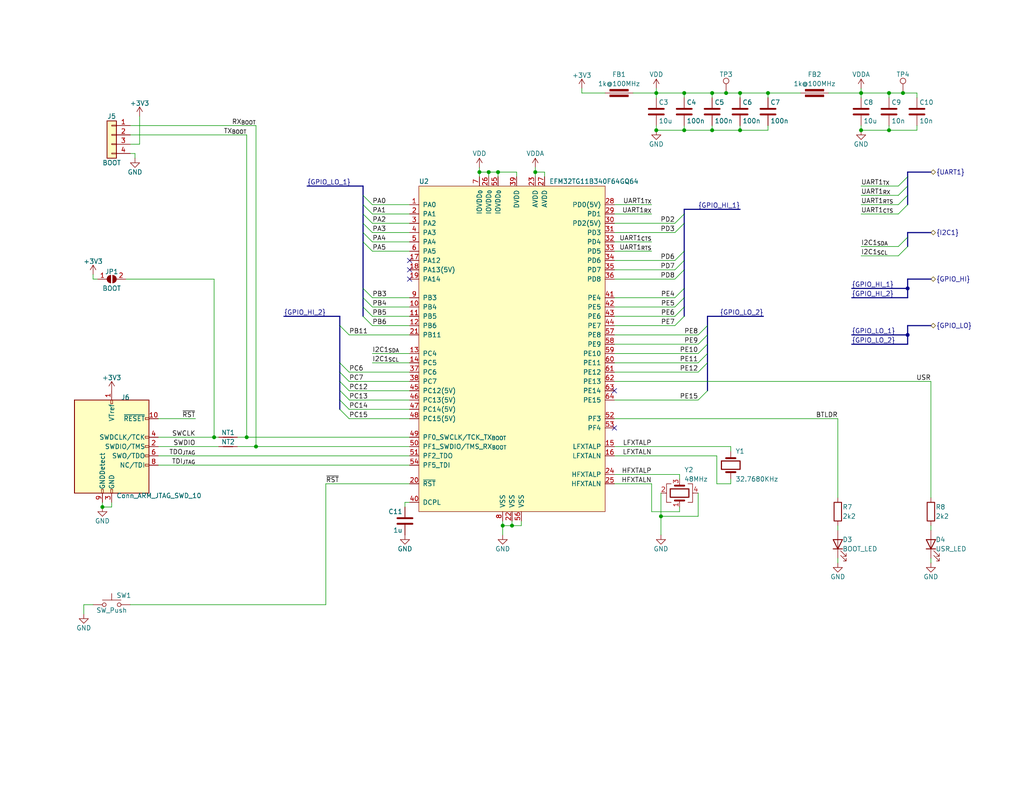
<source format=kicad_sch>
(kicad_sch (version 20211123) (generator eeschema)
  (paper "USLetter")
  (title_block (title "EFM32TG11-Core") (date "2022-02-18") (rev "A") (company "Project: EFM32TG11-Core") (comment 1 "Rev A: Initial Release"))
  (lib_symbols
    (symbol "Connector:Conn_ARM_JTAG_SWD_10" (pin_names (offset 1.016))
      (property "Reference" "J" (at -2.54 16.51 0))
      (property "Value" "Conn_ARM_JTAG_SWD_10" (at -2.54 13.97 0))
      (symbol "Conn_ARM_JTAG_SWD_10_0_1"
        (rectangle (start -10.16 12.7) (end 10.16 -12.7) (stroke (width 0.254)) (fill (type background)))
        (rectangle (start -2.794 -12.7) (end -2.286 -11.684))
        (rectangle (start -0.254 -12.7) (end 0.254 -11.684))
        (rectangle (start -0.254 12.7) (end 0.254 11.684))
        (rectangle (start 9.144 2.286) (end 10.16 2.794))
        (rectangle (start 10.16 -2.794) (end 9.144 -2.286))
        (rectangle (start 10.16 -0.254) (end 9.144 0.254))
        (rectangle (start 10.16 7.874) (end 9.144 7.366))
      )
      (symbol "Conn_ARM_JTAG_SWD_10_1_1"
        (rectangle (start 9.144 -5.334) (end 10.16 -4.826))
        (pin power_in line (at 0 15.24 270) (length 2.54) (name "VTref") (number "1"))
        (pin open_collector line (at 12.7 7.62 180) (length 2.54) (name "~{RESET}") (number "10"))
        (pin bidirectional line (at 12.7 0 180) (length 2.54) (name "SWDIO/TMS") (number "2"))
        (pin power_in line (at 0 -15.24 90) (length 2.54) (name "GND") (number "3"))
        (pin output line (at 12.7 2.54 180) (length 2.54) (name "SWDCLK/TCK") (number "4"))
        (pin passive line (at 0 -15.24 90) (length 2.54) hide (name "GND") (number "5"))
        (pin input line (at 12.7 -2.54 180) (length 2.54) (name "SWO/TDO") (number "6"))
        (pin no_connect line (at -10.16 0 0) (length 2.54) hide (name "KEY") (number "7"))
        (pin output line (at 12.7 -5.08 180) (length 2.54) (name "NC/TDI") (number "8"))
        (pin passive line (at -2.54 -15.24 90) (length 2.54) (name "GNDDetect") (number "9"))
      )
    )
    (symbol "Connector:TestPoint" (pin_numbers hide) (pin_names (offset 0.762) hide)
      (property "Reference" "TP" (at 0 6.858 0))
      (property "Value" "TestPoint" (at 0 5.08 0))
      (symbol "TestPoint_0_1"
        (circle (center 0 3.302) (radius 0.762))
      )
      (symbol "TestPoint_1_1"
        (pin passive line (at 0 0 90) (length 2.54) (name "1") (number "1"))
      )
    )
    (symbol "Connector_Generic:Conn_01x04" (pin_names (offset 1.016) hide)
      (property "Reference" "J" (at 0 5.08 0))
      (property "Value" "Conn_01x04" (at 0 -7.62 0))
      (symbol "Conn_01x04_1_1"
        (rectangle (start -1.27 -4.953) (end 0 -5.207) (stroke (width 0.1524)))
        (rectangle (start -1.27 -2.413) (end 0 -2.667) (stroke (width 0.1524)))
        (rectangle (start -1.27 0.127) (end 0 -0.127) (stroke (width 0.1524)))
        (rectangle (start -1.27 2.667) (end 0 2.413) (stroke (width 0.1524)))
        (rectangle (start -1.27 3.81) (end 1.27 -6.35) (stroke (width 0.254)) (fill (type background)))
        (pin passive line (at -5.08 2.54 0) (length 3.81) (name "Pin_1") (number "1"))
        (pin passive line (at -5.08 0 0) (length 3.81) (name "Pin_2") (number "2"))
        (pin passive line (at -5.08 -2.54 0) (length 3.81) (name "Pin_3") (number "3"))
        (pin passive line (at -5.08 -5.08 0) (length 3.81) (name "Pin_4") (number "4"))
      )
    )
    (symbol "Device:C" (pin_numbers hide) (pin_names (offset 0.254))
      (property "Reference" "C" (at 0.635 2.54 0))
      (property "Value" "C" (at 0.635 -2.54 0))
      (symbol "C_0_1"
        (polyline (pts (xy -2.032 -0.762) (xy 2.032 -0.762)) (stroke (width 0.508)))
        (polyline (pts (xy -2.032 0.762) (xy 2.032 0.762)) (stroke (width 0.508)))
      )
      (symbol "C_1_1"
        (pin passive line (at 0 3.81 270) (length 2.794) (name "~") (number "1"))
        (pin passive line (at 0 -3.81 90) (length 2.794) (name "~") (number "2"))
      )
    )
    (symbol "Device:Crystal" (pin_numbers hide) (pin_names (offset 1.016) hide)
      (property "Reference" "Y" (at 0 3.81 0))
      (property "Value" "Crystal" (at 0 -3.81 0))
      (symbol "Crystal_0_1"
        (rectangle (start -1.143 2.54) (end 1.143 -2.54) (stroke (width 0.3048)))
        (polyline (pts (xy -2.54 0) (xy -1.905 0)))
        (polyline (pts (xy -1.905 -1.27) (xy -1.905 1.27)) (stroke (width 0.508)))
        (polyline (pts (xy 1.905 -1.27) (xy 1.905 1.27)) (stroke (width 0.508)))
        (polyline (pts (xy 2.54 0) (xy 1.905 0)))
      )
      (symbol "Crystal_1_1"
        (pin passive line (at -3.81 0 0) (length 1.27) (name "1") (number "1"))
        (pin passive line (at 3.81 0 180) (length 1.27) (name "2") (number "2"))
      )
    )
    (symbol "Device:Crystal_GND24" (pin_names (offset 1.016) hide)
      (property "Reference" "Y" (at 3.175 5.08 0))
      (property "Value" "Crystal_GND24" (at 3.175 3.175 0))
      (symbol "Crystal_GND24_0_1"
        (rectangle (start -1.143 2.54) (end 1.143 -2.54) (stroke (width 0.3048)))
        (polyline (pts (xy -2.54 0) (xy -2.032 0)))
        (polyline (pts (xy -2.032 -1.27) (xy -2.032 1.27)) (stroke (width 0.508)))
        (polyline (pts (xy 0 -3.81) (xy 0 -3.556)))
        (polyline (pts (xy 0 3.556) (xy 0 3.81)))
        (polyline (pts (xy 2.032 -1.27) (xy 2.032 1.27)) (stroke (width 0.508)))
        (polyline (pts (xy 2.032 0) (xy 2.54 0)))
        (polyline (pts (xy -2.54 -2.286) (xy -2.54 -3.556) (xy 2.54 -3.556) (xy 2.54 -2.286)))
        (polyline (pts (xy -2.54 2.286) (xy -2.54 3.556) (xy 2.54 3.556) (xy 2.54 2.286)))
      )
      (symbol "Crystal_GND24_1_1"
        (pin passive line (at -3.81 0 0) (length 1.27) (name "1") (number "1"))
        (pin passive line (at 0 5.08 270) (length 1.27) (name "2") (number "2"))
        (pin passive line (at 3.81 0 180) (length 1.27) (name "3") (number "3"))
        (pin passive line (at 0 -5.08 90) (length 1.27) (name "4") (number "4"))
      )
    )
    (symbol "Device:LED" (pin_numbers hide) (pin_names (offset 1.016) hide)
      (property "Reference" "D" (at 0 2.54 0))
      (property "Value" "LED" (at 0 -2.54 0))
      (symbol "LED_0_1"
        (polyline (pts (xy -1.27 -1.27) (xy -1.27 1.27)) (stroke (width 0.254)))
        (polyline (pts (xy -1.27 0) (xy 1.27 0)))
        (polyline (pts (xy 1.27 -1.27) (xy 1.27 1.27) (xy -1.27 0) (xy 1.27 -1.27)) (stroke (width 0.254)))
        (polyline (pts (xy -3.048 -0.762) (xy -4.572 -2.286) (xy -3.81 -2.286) (xy -4.572 -2.286) (xy -4.572 -1.524)))
        (polyline (pts (xy -1.778 -0.762) (xy -3.302 -2.286) (xy -2.54 -2.286) (xy -3.302 -2.286) (xy -3.302 -1.524)))
      )
      (symbol "LED_1_1"
        (pin passive line (at -3.81 0 0) (length 2.54) (name "K") (number "1"))
        (pin passive line (at 3.81 0 180) (length 2.54) (name "A") (number "2"))
      )
    )
    (symbol "Device:NetTie_2" (pin_numbers hide) (pin_names (offset 0) hide)
      (property "Reference" "NT" (at 0 1.27 0))
      (property "Value" "NetTie_2" (at 0 -1.27 0))
      (symbol "NetTie_2_0_1"
        (polyline (pts (xy -1.27 0) (xy 1.27 0)) (stroke (width 0.254)))
      )
      (symbol "NetTie_2_1_1"
        (pin passive line (at -2.54 0 0) (length 2.54) (name "1") (number "1"))
        (pin passive line (at 2.54 0 180) (length 2.54) (name "2") (number "2"))
      )
    )
    (symbol "Device:R" (pin_numbers hide) (pin_names (offset 0))
      (property "Reference" "R" (at 2.032 0 90))
      (property "Value" "R" (at 0 0 90))
      (symbol "R_0_1"
        (rectangle (start -1.016 -2.54) (end 1.016 2.54) (stroke (width 0.254)))
      )
      (symbol "R_1_1"
        (pin passive line (at 0 3.81 270) (length 1.27) (name "~") (number "1"))
        (pin passive line (at 0 -3.81 90) (length 1.27) (name "~") (number "2"))
      )
    )
    (symbol "Device_AKL:Ferrite_Bead" (pin_numbers hide) (pin_names (offset 0))
      (property "Reference" "FB" (at 0 4.572 0))
      (property "Value" "Ferrite_Bead" (at 0 3.175 0))
      (symbol "Ferrite_Bead_0_1"
        (rectangle (start -2.54 1.016) (end 2.54 0.508) (fill (type outline)))
        (polyline (pts (xy 2.54 0) (xy -2.54 0)))
      )
      (symbol "Ferrite_Bead_1_1"
        (rectangle (start -2.54 -0.508) (end 2.54 -1.016) (fill (type outline)))
        (pin passive line (at -3.81 0 0) (length 1.27) (name "~") (number "1"))
        (pin passive line (at 3.81 0 180) (length 1.27) (name "~") (number "2"))
      )
    )
    (symbol "Jumper:SolderJumper_2_Open" (pin_names (offset 0) hide)
      (property "Reference" "JP" (at 0 2.032 0))
      (property "Value" "SolderJumper_2_Open" (at 0 -2.54 0))
      (symbol "SolderJumper_2_Open_0_1"
        (arc (start -0.254 1.016) (mid -1.27 0) (end -0.254 -1.016))
        (arc (start -0.254 1.016) (mid -1.27 0) (end -0.254 -1.016) (fill (type outline)))
        (polyline (pts (xy -0.254 1.016) (xy -0.254 -1.016)))
        (polyline (pts (xy 0.254 1.016) (xy 0.254 -1.016)))
        (arc (start 0.254 -1.016) (mid 1.27 0) (end 0.254 1.016))
        (arc (start 0.254 -1.016) (mid 1.27 0) (end 0.254 1.016) (fill (type outline)))
      )
      (symbol "SolderJumper_2_Open_1_1"
        (pin passive line (at -3.81 0 0) (length 2.54) (name "A") (number "1"))
        (pin passive line (at 3.81 0 180) (length 2.54) (name "B") (number "2"))
      )
    )
    (symbol "MCU_SiLabs_EFM32TG11:EFM32TG11B340F64GQ64" (pin_names (offset 1.016))
      (property "Reference" "U" (at -25.4 45.72 0))
      (property "Value" "EFM32TG11B340F64GQ64" (at 25.4 52.07 0))
      (symbol "EFM32TG11B340F64GQ64_0_1"
        (rectangle (start -25.4 44.45) (end 25.4 -44.45) (fill (type background)))
      )
      (symbol "EFM32TG11B340F64GQ64_1_1"
        (pin bidirectional line (at -27.94 39.37 0) (length 2.54) (name "PA0") (number "1"))
        (pin bidirectional line (at -27.94 11.43 0) (length 2.54) (name "PB4") (number "10"))
        (pin bidirectional line (at -27.94 8.89 0) (length 2.54) (name "PB5") (number "11"))
        (pin bidirectional line (at -27.94 6.35 0) (length 2.54) (name "PB6") (number "12"))
        (pin bidirectional line (at -27.94 -1.27 0) (length 2.54) (name "PC4") (number "13"))
        (pin bidirectional line (at -27.94 -3.81 0) (length 2.54) (name "PC5") (number "14"))
        (pin bidirectional line (at 27.94 -26.67 180) (length 2.54) (name "PB7") (number "15") (alternate "LFXTALP" bidirectional line))
        (pin bidirectional line (at 27.94 -29.21 180) (length 2.54) (name "PB8") (number "16") (alternate "LFXTALN" bidirectional line))
        (pin bidirectional line (at -27.94 24.13 0) (length 2.54) (name "PA12") (number "17"))
        (pin bidirectional line (at -27.94 21.59 0) (length 2.54) (name "PA13(5V)") (number "18"))
        (pin bidirectional line (at -27.94 19.05 0) (length 2.54) (name "PA14") (number "19"))
        (pin bidirectional line (at -27.94 36.83 0) (length 2.54) (name "PA1") (number "2"))
        (pin input line (at -27.94 -36.83 0) (length 2.54) (name "~{RST}") (number "20"))
        (pin bidirectional line (at -27.94 3.81 0) (length 2.54) (name "PB11") (number "21"))
        (pin passive line (at 0 -46.99 90) (length 2.54) (name "VSS") (number "22"))
        (pin power_in line (at 6.35 46.99 270) (length 2.54) (name "AVDD") (number "23"))
        (pin bidirectional line (at 27.94 -34.29 180) (length 2.54) (name "PB13") (number "24") (alternate "HFXTALP" bidirectional line))
        (pin bidirectional line (at 27.94 -36.83 180) (length 2.54) (name "PB14") (number "25") (alternate "HFXTALN" bidirectional line))
        (pin power_in line (at -6.35 46.99 270) (length 2.54) (name "IOVDD_{0}") (number "26"))
        (pin power_in line (at 8.89 46.99 270) (length 2.54) (name "AVDD") (number "27"))
        (pin bidirectional line (at 27.94 39.37 180) (length 2.54) (name "PD0(5V)") (number "28"))
        (pin bidirectional line (at 27.94 36.83 180) (length 2.54) (name "PD1") (number "29"))
        (pin bidirectional line (at -27.94 34.29 0) (length 2.54) (name "PA2") (number "3"))
        (pin bidirectional line (at 27.94 34.29 180) (length 2.54) (name "PD2(5V)") (number "30"))
        (pin bidirectional line (at 27.94 31.75 180) (length 2.54) (name "PD3") (number "31"))
        (pin bidirectional line (at 27.94 29.21 180) (length 2.54) (name "PD4") (number "32"))
        (pin bidirectional line (at 27.94 26.67 180) (length 2.54) (name "PD5") (number "33"))
        (pin bidirectional line (at 27.94 24.13 180) (length 2.54) (name "PD6") (number "34"))
        (pin bidirectional line (at 27.94 21.59 180) (length 2.54) (name "PD7") (number "35"))
        (pin bidirectional line (at 27.94 19.05 180) (length 2.54) (name "PD8") (number "36"))
        (pin bidirectional line (at -27.94 -6.35 0) (length 2.54) (name "PC6") (number "37"))
        (pin bidirectional line (at -27.94 -8.89 0) (length 2.54) (name "PC7") (number "38"))
        (pin power_in line (at 1.27 46.99 270) (length 2.54) (name "DVDD") (number "39"))
        (pin bidirectional line (at -27.94 31.75 0) (length 2.54) (name "PA3") (number "4"))
        (pin passive line (at -27.94 -41.91 0) (length 2.54) (name "DCPL") (number "40"))
        (pin bidirectional line (at 27.94 13.97 180) (length 2.54) (name "PE4") (number "41"))
        (pin bidirectional line (at 27.94 11.43 180) (length 2.54) (name "PE5") (number "42"))
        (pin bidirectional line (at 27.94 8.89 180) (length 2.54) (name "PE6") (number "43"))
        (pin bidirectional line (at 27.94 6.35 180) (length 2.54) (name "PE7") (number "44"))
        (pin bidirectional line (at -27.94 -11.43 0) (length 2.54) (name "PC12(5V)") (number "45"))
        (pin bidirectional line (at -27.94 -13.97 0) (length 2.54) (name "PC13(5V)") (number "46"))
        (pin bidirectional line (at -27.94 -16.51 0) (length 2.54) (name "PC14(5V)") (number "47"))
        (pin bidirectional line (at -27.94 -19.05 0) (length 2.54) (name "PC15(5V)") (number "48"))
        (pin bidirectional line (at -27.94 -24.13 0) (length 2.54) (name "PF0_SWCLK/TCK_TX_{BOOT}") (number "49"))
        (pin bidirectional line (at -27.94 29.21 0) (length 2.54) (name "PA4") (number "5"))
        (pin bidirectional line (at -27.94 -26.67 0) (length 2.54) (name "PF1_SWDIO/TMS_RX_{BOOT}") (number "50"))
        (pin bidirectional line (at -27.94 -29.21 0) (length 2.54) (name "PF2_TDO") (number "51"))
        (pin bidirectional line (at 27.94 -19.05 180) (length 2.54) (name "PF3") (number "52"))
        (pin bidirectional line (at 27.94 -21.59 180) (length 2.54) (name "PF4") (number "53"))
        (pin bidirectional line (at -27.94 -31.75 0) (length 2.54) (name "PF5_TDI") (number "54"))
        (pin power_in line (at -3.81 46.99 270) (length 2.54) (name "IOVDD_{0}") (number "55"))
        (pin passive line (at 2.54 -46.99 90) (length 2.54) (name "VSS") (number "56"))
        (pin bidirectional line (at 27.94 3.81 180) (length 2.54) (name "PE8") (number "57"))
        (pin bidirectional line (at 27.94 1.27 180) (length 2.54) (name "PE9") (number "58"))
        (pin bidirectional line (at 27.94 -1.27 180) (length 2.54) (name "PE10") (number "59"))
        (pin bidirectional line (at -27.94 26.67 0) (length 2.54) (name "PA5") (number "6"))
        (pin bidirectional line (at 27.94 -3.81 180) (length 2.54) (name "PE11") (number "60"))
        (pin bidirectional line (at 27.94 -6.35 180) (length 2.54) (name "PE12") (number "61"))
        (pin bidirectional line (at 27.94 -8.89 180) (length 2.54) (name "PE13") (number "62"))
        (pin bidirectional line (at 27.94 -11.43 180) (length 2.54) (name "PE14") (number "63"))
        (pin bidirectional line (at 27.94 -13.97 180) (length 2.54) (name "PE15") (number "64"))
        (pin power_in line (at -8.89 46.99 270) (length 2.54) (name "IOVDD_{0}") (number "7"))
        (pin bidirectional line (at -2.54 -46.99 90) (length 2.54) (name "VSS") (number "8"))
        (pin bidirectional line (at -27.94 13.97 0) (length 2.54) (name "PB3") (number "9"))
      )
    )
    (symbol "Switch:SW_Push" (pin_numbers hide) (pin_names (offset 1.016) hide)
      (property "Reference" "SW" (at 1.27 2.54 0))
      (property "Value" "SW_Push" (at 0 -1.524 0))
      (symbol "SW_Push_0_1"
        (circle (center -2.032 0) (radius 0.508))
        (polyline (pts (xy 0 1.27) (xy 0 3.048)))
        (polyline (pts (xy 2.54 1.27) (xy -2.54 1.27)))
        (circle (center 2.032 0) (radius 0.508))
        (pin passive line (at -5.08 0 0) (length 2.54) (name "1") (number "1"))
        (pin passive line (at 5.08 0 180) (length 2.54) (name "2") (number "2"))
      )
    )
    (symbol "power:+3V3" (power) (pin_names (offset 0))
      (property "Value" "+3V3" (at 0 3.556 0))
      (symbol "+3V3_0_1"
        (polyline (pts (xy -0.762 1.27) (xy 0 2.54)))
        (polyline (pts (xy 0 0) (xy 0 2.54)))
        (polyline (pts (xy 0 2.54) (xy 0.762 1.27)))
      )
      (symbol "+3V3_1_1"
        (pin power_in line (at 0 0 90) (length 0) hide (name "+3V3") (number "1"))
      )
    )
    (symbol "power:GND" (power) (pin_names (offset 0))
      (property "Value" "GND" (at 0 -3.81 0))
      (symbol "GND_0_1"
        (polyline (pts (xy 0 0) (xy 0 -1.27) (xy 1.27 -1.27) (xy 0 -2.54) (xy -1.27 -1.27) (xy 0 -1.27)))
      )
      (symbol "GND_1_1"
        (pin power_in line (at 0 0 270) (length 0) hide (name "GND") (number "1"))
      )
    )
    (symbol "power:VDD" (power) (pin_names (offset 0))
      (property "Value" "VDD" (at 0 3.81 0))
      (symbol "VDD_0_1"
        (polyline (pts (xy -0.762 1.27) (xy 0 2.54)))
        (polyline (pts (xy 0 0) (xy 0 2.54)))
        (polyline (pts (xy 0 2.54) (xy 0.762 1.27)))
      )
      (symbol "VDD_1_1"
        (pin power_in line (at 0 0 90) (length 0) hide (name "VDD") (number "1"))
      )
    )
    (symbol "power:VDDA" (power) (pin_names (offset 0))
      (property "Value" "VDDA" (at 0 3.81 0))
      (symbol "VDDA_0_1"
        (polyline (pts (xy -0.762 1.27) (xy 0 2.54)))
        (polyline (pts (xy 0 0) (xy 0 2.54)))
        (polyline (pts (xy 0 2.54) (xy 0.762 1.27)))
      )
      (symbol "VDDA_1_1"
        (pin power_in line (at 0 0 90) (length 0) hide (name "VDDA") (number "1"))
      )
    )
  )
  (bus_alias "UART1" (members "UART1_{TX}" "UART1_{RX}" "UART1_{CTS}" "UART1_{RTS}"))
  (bus_alias "I2C1" (members "I2C1_{SDA}" "I2C1_{SCL}"))
  (junction (at 198.12 25.4))
  (junction (at 137.16 143.51))
  (junction (at 234.95 35.56))
  (junction (at 194.31 35.56))
  (junction (at 27.94 138.43))
  (junction (at 67.31 119.38))
  (junction (at 209.55 25.4))
  (junction (at 179.07 35.56))
  (junction (at 186.69 35.56))
  (junction (at 69.85 121.92))
  (junction (at 242.57 25.4))
  (junction (at 139.7 143.51))
  (junction (at 247.65 91.44))
  (junction (at 135.89 46.99))
  (junction (at 179.07 25.4))
  (junction (at 246.38 25.4))
  (junction (at 247.65 78.74))
  (junction (at 186.69 25.4))
  (junction (at 242.57 35.56))
  (junction (at 194.31 25.4))
  (junction (at 201.93 35.56))
  (junction (at 234.95 25.4))
  (junction (at 180.34 140.97))
  (junction (at 58.42 119.38))
  (junction (at 130.81 46.99))
  (junction (at 201.93 25.4))
  (junction (at 133.35 46.99))
  (junction (at 146.05 46.99))
  (no_connect (at 111.76 71.12))
  (no_connect (at 111.76 73.66))
  (no_connect (at 111.76 76.2))
  (no_connect (at 167.64 116.84))
  (no_connect (at 167.64 106.68))
  (bus_entry (at 190.5 96.52) (size 2.54 -2.54))
  (bus_entry (at 95.25 101.6) (size -2.54 -2.54))
  (bus_entry (at 186.69 60.96) (size -2.54 2.54))
  (bus_entry (at 186.69 58.42) (size -2.54 2.54))
  (bus_entry (at 186.69 71.12) (size -2.54 2.54))
  (bus_entry (at 186.69 73.66) (size -2.54 2.54))
  (bus_entry (at 186.69 68.58) (size -2.54 2.54))
  (bus_entry (at 186.69 83.82) (size -2.54 2.54))
  (bus_entry (at 186.69 86.36) (size -2.54 2.54))
  (bus_entry (at 186.69 81.28) (size -2.54 2.54))
  (bus_entry (at 186.69 78.74) (size -2.54 2.54))
  (bus_entry (at 95.25 104.14) (size -2.54 -2.54))
  (bus_entry (at 247.65 55.88) (size -2.54 2.54))
  (bus_entry (at 95.25 111.76) (size -2.54 -2.54))
  (bus_entry (at 190.5 93.98) (size 2.54 -2.54))
  (bus_entry (at 190.5 91.44) (size 2.54 -2.54))
  (bus_entry (at 190.5 101.6) (size 2.54 -2.54))
  (bus_entry (at 247.65 48.26) (size -2.54 2.54))
  (bus_entry (at 95.25 114.3) (size -2.54 -2.54))
  (bus_entry (at 245.11 53.34) (size 2.54 -2.54))
  (bus_entry (at 95.25 91.44) (size -2.54 -2.54))
  (bus_entry (at 190.5 99.06) (size 2.54 -2.54))
  (bus_entry (at 95.25 106.68) (size -2.54 -2.54))
  (bus_entry (at 190.5 109.22) (size 2.54 -2.54))
  (bus_entry (at 95.3445 109.22) (size -2.54 -2.54))
  (bus_entry (at 247.65 53.34) (size -2.54 2.54))
  (bus_entry (at 99.06 81.28) (size 2.54 2.54))
  (bus_entry (at 99.06 78.74) (size 2.54 2.54))
  (bus_entry (at 99.06 83.82) (size 2.54 2.54))
  (bus_entry (at 99.06 86.36) (size 2.54 2.54))
  (bus_entry (at 99.06 66.04) (size 2.54 2.54))
  (bus_entry (at 99.06 63.5) (size 2.54 2.54))
  (bus_entry (at 99.06 60.96) (size 2.54 2.54))
  (bus_entry (at 99.06 58.42) (size 2.54 2.54))
  (bus_entry (at 99.06 55.88) (size 2.54 2.54))
  (bus_entry (at 99.06 53.34) (size 2.54 2.54))
  (bus_entry (at 247.65 67.31) (size -2.54 2.54))
  (bus_entry (at 247.65 64.77) (size -2.54 2.54))
  (wire (pts (xy 254 152.4) (xy 254 153.67)))
  (bus (pts (xy 247.65 46.99) (xy 247.65 48.26)))
  (bus (pts (xy 92.71 88.9) (xy 92.71 86.36)))
  (bus (pts (xy 193.04 88.9) (xy 193.04 86.36)))
  (bus (pts (xy 247.65 88.9) (xy 254 88.9)))
  (bus (pts (xy 193.04 99.06) (xy 193.04 96.52)))
  (wire (pts (xy 146.05 46.99) (xy 148.59 46.99)))
  (wire (pts (xy 185.42 129.54) (xy 185.42 130.81)))
  (wire (pts (xy 234.95 34.29) (xy 234.95 35.56)))
  (bus (pts (xy 83.82 50.8) (xy 99.06 50.8)))
  (wire (pts (xy 101.6 55.88) (xy 111.76 55.88)))
  (bus (pts (xy 232.41 93.98) (xy 247.65 93.98)))
  (wire (pts (xy 228.6 135.89) (xy 228.6 114.3)))
  (wire (pts (xy 95.25 109.22) (xy 95.3445 109.22)))
  (wire (pts (xy 111.76 137.16) (xy 110.49 137.16)))
  (wire (pts (xy 43.18 119.38) (xy 58.42 119.38)))
  (wire (pts (xy 139.7 143.51) (xy 142.24 143.51)))
  (wire (pts (xy 167.64 76.2) (xy 184.15 76.2)))
  (bus (pts (xy 186.69 86.36) (xy 186.69 83.82)))
  (wire (pts (xy 180.34 146.05) (xy 180.34 140.97)))
  (wire (pts (xy 43.18 127) (xy 111.76 127)))
  (wire (pts (xy 22.86 165.1) (xy 22.86 167.64)))
  (wire (pts (xy 185.42 139.7) (xy 177.8 139.7)))
  (wire (pts (xy 101.6 88.9) (xy 111.76 88.9)))
  (wire (pts (xy 35.56 36.83) (xy 67.31 36.83)))
  (wire (pts (xy 180.34 140.97) (xy 190.5 140.97)))
  (bus (pts (xy 193.04 86.36) (xy 208.28 86.36)))
  (wire (pts (xy 209.55 25.4) (xy 209.55 26.67)))
  (wire (pts (xy 167.64 124.46) (xy 195.58 124.46)))
  (bus (pts (xy 247.65 64.77) (xy 247.65 67.31)))
  (bus (pts (xy 247.65 48.26) (xy 247.65 50.8)))
  (wire (pts (xy 137.16 146.05) (xy 137.16 143.51)))
  (bus (pts (xy 247.65 63.5) (xy 247.65 64.77)))
  (wire (pts (xy 43.18 124.46) (xy 111.76 124.46)))
  (wire (pts (xy 167.64 121.92) (xy 199.39 121.92)))
  (wire (pts (xy 130.81 46.99) (xy 130.81 48.26)))
  (wire (pts (xy 234.95 50.8) (xy 245.11 50.8)))
  (wire (pts (xy 146.05 45.72) (xy 146.05 46.99)))
  (bus (pts (xy 99.06 78.74) (xy 99.06 66.04)))
  (wire (pts (xy 95.25 91.44) (xy 111.76 91.44)))
  (bus (pts (xy 254 46.99) (xy 247.65 46.99)))
  (wire (pts (xy 25.4 74.93) (xy 25.4 76.2)))
  (wire (pts (xy 186.69 25.4) (xy 186.69 26.67)))
  (bus (pts (xy 247.65 50.8) (xy 247.65 53.34)))
  (wire (pts (xy 167.64 114.3) (xy 228.6 114.3)))
  (wire (pts (xy 167.64 129.54) (xy 185.42 129.54)))
  (wire (pts (xy 167.64 86.36) (xy 184.15 86.36)))
  (wire (pts (xy 110.49 137.16) (xy 110.49 138.43)))
  (wire (pts (xy 180.34 134.62) (xy 180.34 140.97)))
  (wire (pts (xy 250.19 25.4) (xy 250.19 26.67)))
  (wire (pts (xy 95.25 101.6) (xy 111.76 101.6)))
  (wire (pts (xy 69.85 121.92) (xy 111.76 121.92)))
  (wire (pts (xy 142.24 143.51) (xy 142.24 142.24)))
  (wire (pts (xy 135.89 46.99) (xy 135.89 48.26)))
  (wire (pts (xy 194.31 35.56) (xy 201.93 35.56)))
  (bus (pts (xy 186.69 73.66) (xy 186.69 71.12)))
  (wire (pts (xy 242.57 25.4) (xy 242.57 26.67)))
  (bus (pts (xy 92.71 99.06) (xy 92.71 88.9)))
  (wire (pts (xy 194.31 35.56) (xy 186.69 35.56)))
  (wire (pts (xy 167.64 60.96) (xy 184.15 60.96)))
  (wire (pts (xy 167.64 81.28) (xy 184.15 81.28)))
  (wire (pts (xy 167.64 101.6) (xy 190.5 101.6)))
  (wire (pts (xy 35.56 34.29) (xy 69.85 34.29)))
  (wire (pts (xy 186.69 25.4) (xy 194.31 25.4)))
  (wire (pts (xy 135.89 46.99) (xy 140.97 46.99)))
  (wire (pts (xy 234.95 25.4) (xy 234.95 26.67)))
  (bus (pts (xy 232.41 81.28) (xy 247.65 81.28)))
  (wire (pts (xy 101.6 60.96) (xy 111.76 60.96)))
  (wire (pts (xy 167.64 109.22) (xy 190.5 109.22)))
  (bus (pts (xy 99.06 86.36) (xy 99.06 83.82)))
  (wire (pts (xy 64.77 121.92) (xy 69.85 121.92)))
  (wire (pts (xy 201.93 35.56) (xy 209.55 35.56)))
  (wire (pts (xy 209.55 25.4) (xy 218.44 25.4)))
  (wire (pts (xy 140.97 46.99) (xy 140.97 48.26)))
  (wire (pts (xy 101.6 96.52) (xy 111.76 96.52)))
  (wire (pts (xy 67.31 119.38) (xy 67.31 36.83)))
  (wire (pts (xy 133.35 46.99) (xy 133.35 48.26)))
  (bus (pts (xy 193.04 96.52) (xy 193.04 93.98)))
  (wire (pts (xy 234.95 69.85) (xy 245.11 69.85)))
  (wire (pts (xy 167.64 63.5) (xy 184.15 63.5)))
  (wire (pts (xy 35.56 165.1) (xy 88.9 165.1)))
  (bus (pts (xy 186.69 83.82) (xy 186.69 81.28)))
  (wire (pts (xy 43.18 114.3) (xy 53.34 114.3)))
  (wire (pts (xy 185.42 138.43) (xy 185.42 139.7)))
  (wire (pts (xy 226.06 25.4) (xy 234.95 25.4)))
  (wire (pts (xy 25.4 76.2) (xy 26.67 76.2)))
  (wire (pts (xy 167.64 132.08) (xy 177.8 132.08)))
  (wire (pts (xy 186.69 34.29) (xy 186.69 35.56)))
  (bus (pts (xy 247.65 91.44) (xy 247.65 93.98)))
  (wire (pts (xy 43.18 121.92) (xy 59.69 121.92)))
  (wire (pts (xy 167.64 66.04) (xy 177.8 66.04)))
  (wire (pts (xy 228.6 143.51) (xy 228.6 144.78)))
  (wire (pts (xy 101.6 66.04) (xy 111.76 66.04)))
  (wire (pts (xy 179.07 25.4) (xy 179.07 26.67)))
  (wire (pts (xy 194.31 25.4) (xy 198.12 25.4)))
  (wire (pts (xy 167.64 96.52) (xy 190.5 96.52)))
  (wire (pts (xy 167.64 88.9) (xy 184.15 88.9)))
  (bus (pts (xy 186.69 68.58) (xy 186.69 60.96)))
  (wire (pts (xy 101.6 83.82) (xy 111.76 83.82)))
  (bus (pts (xy 247.65 76.2) (xy 254 76.2)))
  (wire (pts (xy 179.07 25.4) (xy 186.69 25.4)))
  (wire (pts (xy 254 135.89) (xy 254 104.14)))
  (wire (pts (xy 234.95 25.4) (xy 242.57 25.4)))
  (wire (pts (xy 27.94 138.43) (xy 30.48 138.43)))
  (bus (pts (xy 99.06 81.28) (xy 99.06 78.74)))
  (bus (pts (xy 247.65 53.34) (xy 247.65 55.88)))
  (wire (pts (xy 64.77 119.38) (xy 67.31 119.38)))
  (wire (pts (xy 186.69 35.56) (xy 179.07 35.56)))
  (wire (pts (xy 95.25 104.14) (xy 111.76 104.14)))
  (bus (pts (xy 247.65 78.74) (xy 247.65 81.28)))
  (wire (pts (xy 199.39 121.92) (xy 199.39 123.19)))
  (wire (pts (xy 167.64 83.82) (xy 184.15 83.82)))
  (bus (pts (xy 193.04 93.98) (xy 193.04 91.44)))
  (wire (pts (xy 139.7 143.51) (xy 139.7 142.24)))
  (wire (pts (xy 242.57 25.4) (xy 246.38 25.4)))
  (wire (pts (xy 34.29 76.2) (xy 58.42 76.2)))
  (wire (pts (xy 167.64 99.06) (xy 190.5 99.06)))
  (wire (pts (xy 195.58 132.08) (xy 199.39 132.08)))
  (wire (pts (xy 167.64 68.58) (xy 177.8 68.58)))
  (wire (pts (xy 172.72 25.4) (xy 179.07 25.4)))
  (wire (pts (xy 95.25 111.76) (xy 111.76 111.76)))
  (wire (pts (xy 201.93 25.4) (xy 209.55 25.4)))
  (wire (pts (xy 137.16 142.24) (xy 137.16 143.51)))
  (wire (pts (xy 88.9 165.1) (xy 88.9 132.08)))
  (wire (pts (xy 95.25 106.68) (xy 111.76 106.68)))
  (bus (pts (xy 186.69 71.12) (xy 186.69 68.58)))
  (wire (pts (xy 246.38 25.4) (xy 250.19 25.4)))
  (wire (pts (xy 201.93 34.29) (xy 201.93 35.56)))
  (wire (pts (xy 101.6 86.36) (xy 111.76 86.36)))
  (wire (pts (xy 194.31 25.4) (xy 194.31 26.67)))
  (bus (pts (xy 92.71 109.22) (xy 92.71 104.14)))
  (wire (pts (xy 198.12 25.4) (xy 201.93 25.4)))
  (wire (pts (xy 101.6 81.28) (xy 111.76 81.28)))
  (wire (pts (xy 58.42 119.38) (xy 59.69 119.38)))
  (wire (pts (xy 30.48 138.43) (xy 30.48 137.16)))
  (bus (pts (xy 99.06 63.5) (xy 99.06 60.96)))
  (wire (pts (xy 234.95 24.13) (xy 234.95 25.4)))
  (bus (pts (xy 186.69 60.96) (xy 186.69 58.42)))
  (wire (pts (xy 25.4 165.1) (xy 22.86 165.1)))
  (wire (pts (xy 88.9 132.08) (xy 111.76 132.08)))
  (wire (pts (xy 228.6 152.4) (xy 228.6 153.67)))
  (bus (pts (xy 186.69 81.28) (xy 186.69 78.74)))
  (wire (pts (xy 201.93 25.4) (xy 201.93 26.67)))
  (wire (pts (xy 209.55 34.29) (xy 209.55 35.56)))
  (bus (pts (xy 247.65 76.2) (xy 247.65 78.74)))
  (wire (pts (xy 194.31 34.29) (xy 194.31 35.56)))
  (wire (pts (xy 177.8 139.7) (xy 177.8 132.08)))
  (bus (pts (xy 99.06 58.42) (xy 99.06 55.88)))
  (wire (pts (xy 234.95 67.31) (xy 245.11 67.31)))
  (wire (pts (xy 167.64 73.66) (xy 184.15 73.66)))
  (wire (pts (xy 234.95 55.88) (xy 245.11 55.88)))
  (wire (pts (xy 179.07 24.13) (xy 179.07 25.4)))
  (wire (pts (xy 242.57 34.29) (xy 242.57 35.56)))
  (wire (pts (xy 101.6 63.5) (xy 111.76 63.5)))
  (wire (pts (xy 158.75 25.4) (xy 165.1 25.4)))
  (bus (pts (xy 99.06 83.82) (xy 99.06 81.28)))
  (wire (pts (xy 36.83 41.91) (xy 36.83 43.18)))
  (bus (pts (xy 193.04 91.44) (xy 193.04 88.9)))
  (wire (pts (xy 130.81 45.72) (xy 130.81 46.99)))
  (bus (pts (xy 247.65 88.9) (xy 247.65 91.44)))
  (wire (pts (xy 27.94 137.16) (xy 27.94 138.43)))
  (wire (pts (xy 167.64 58.42) (xy 177.8 58.42)))
  (wire (pts (xy 234.95 58.42) (xy 245.11 58.42)))
  (wire (pts (xy 199.39 132.08) (xy 199.39 130.81)))
  (wire (pts (xy 234.95 53.34) (xy 245.11 53.34)))
  (bus (pts (xy 92.71 111.76) (xy 92.71 109.22)))
  (bus (pts (xy 193.04 106.68) (xy 193.04 99.06)))
  (wire (pts (xy 167.64 93.98) (xy 190.5 93.98)))
  (wire (pts (xy 35.56 41.91) (xy 36.83 41.91)))
  (wire (pts (xy 133.35 46.99) (xy 135.89 46.99)))
  (wire (pts (xy 250.19 35.56) (xy 242.57 35.56)))
  (bus (pts (xy 186.69 58.42) (xy 186.69 57.15)))
  (bus (pts (xy 92.71 104.14) (xy 92.71 101.6)))
  (bus (pts (xy 99.06 66.04) (xy 99.06 63.5)))
  (bus (pts (xy 92.71 101.6) (xy 92.71 99.06)))
  (wire (pts (xy 250.19 34.29) (xy 250.19 35.56)))
  (wire (pts (xy 190.5 140.97) (xy 190.5 134.62)))
  (wire (pts (xy 242.57 35.56) (xy 234.95 35.56)))
  (wire (pts (xy 101.6 58.42) (xy 111.76 58.42)))
  (wire (pts (xy 67.31 119.38) (xy 111.76 119.38)))
  (wire (pts (xy 167.64 91.44) (xy 190.5 91.44)))
  (wire (pts (xy 148.59 46.99) (xy 148.59 48.26)))
  (bus (pts (xy 99.06 55.88) (xy 99.06 53.34)))
  (wire (pts (xy 167.64 71.12) (xy 184.15 71.12)))
  (bus (pts (xy 99.06 53.34) (xy 99.06 50.8)))
  (wire (pts (xy 101.6 68.58) (xy 111.76 68.58)))
  (wire (pts (xy 158.75 24.13) (xy 158.75 25.4)))
  (wire (pts (xy 137.16 143.51) (xy 139.7 143.51)))
  (bus (pts (xy 186.69 57.15) (xy 201.93 57.15)))
  (wire (pts (xy 146.05 46.99) (xy 146.05 48.26)))
  (wire (pts (xy 38.1 31.75) (xy 38.1 39.37)))
  (wire (pts (xy 195.58 124.46) (xy 195.58 132.08)))
  (bus (pts (xy 232.41 78.74) (xy 247.65 78.74)))
  (wire (pts (xy 179.07 34.29) (xy 179.07 35.56)))
  (wire (pts (xy 35.56 39.37) (xy 38.1 39.37)))
  (wire (pts (xy 254 143.51) (xy 254 144.78)))
  (wire (pts (xy 95.25 114.3) (xy 111.76 114.3)))
  (wire (pts (xy 101.6 99.06) (xy 111.76 99.06)))
  (bus (pts (xy 99.06 60.96) (xy 99.06 58.42)))
  (wire (pts (xy 69.85 34.29) (xy 69.85 121.92)))
  (bus (pts (xy 186.69 78.74) (xy 186.69 73.66)))
  (wire (pts (xy 58.42 119.38) (xy 58.42 76.2)))
  (wire (pts (xy 167.64 104.14) (xy 254 104.14)))
  (wire (pts (xy 130.81 46.99) (xy 133.35 46.99)))
  (bus (pts (xy 232.41 91.44) (xy 247.65 91.44)))
  (bus (pts (xy 254 63.5) (xy 247.65 63.5)))
  (bus (pts (xy 77.47 86.36) (xy 92.71 86.36)))
  (wire (pts (xy 95.3445 109.22) (xy 111.76 109.22)))
  (wire (pts (xy 167.64 55.88) (xy 177.8 55.88)))
  (label "PE7" (at 184.15 88.9 180))
  (label "SWDIO" (at 53.34 121.92 180))
  (label "{GPIO_HI_2}" (at 77.47 86.36 0))
  (label "~{RST}" (at 53.34 114.3 180))
  (label "I2C1_{SDA}" (at 234.95 67.31 0))
  (label "{GPIO_LO_1}" (at 83.82 50.8 0))
  (label "LFXTALP" (at 177.8 121.92 180))
  (label "PB3" (at 101.6 81.28 0))
  (label "TDI_{JTAG}" (at 53.34 127 180))
  (label "{GPIO_HI_1}" (at 232.41 78.74 0))
  (label "PC12" (at 95.25 106.68 0))
  (label "UART1_{CTS}" (at 234.95 58.42 0))
  (label "UART1_{TX}" (at 177.8 55.88 180))
  (label "PE12" (at 190.5 101.6 180))
  (label "BTLDR" (at 228.6 114.3 180))
  (label "PE15" (at 190.5 109.22 180))
  (label "UART1_{RX}" (at 177.8 58.42 180))
  (label "~{RST}" (at 88.9 132.08 0))
  (label "PE4" (at 184.15 81.28 180))
  (label "{GPIO_LO_2}" (at 232.41 93.98 0))
  (label "LFXTALN" (at 177.8 124.46 180))
  (label "PE11" (at 190.5 99.06 180))
  (label "I2C1_{SCL}" (at 234.95 69.85 0))
  (label "TDO_{JTAG}" (at 53.34 124.46 180))
  (label "PA1" (at 101.6 58.42 0))
  (label "PE10" (at 190.5 96.52 180))
  (label "PE6" (at 184.15 86.36 180))
  (label "RX_{BOOT}" (at 69.85 34.29 180))
  (label "PD6" (at 184.15 71.12 180))
  (label "UART1_{CTS}" (at 177.8 66.04 180))
  (label "{GPIO_LO_1}" (at 232.41 91.44 0))
  (label "UART1_{RTS}" (at 234.95 55.88 0))
  (label "PB5" (at 101.6 86.36 0))
  (label "I2C1_{SDA}" (at 101.6 96.52 0))
  (label "PB11" (at 95.25 91.44 0))
  (label "PC6" (at 95.25 101.6 0))
  (label "PA3" (at 101.6 63.5 0))
  (label "PE8" (at 190.5 91.44 180))
  (label "PE5" (at 184.15 83.82 180))
  (label "PD3" (at 184.15 63.5 180))
  (label "PC14" (at 95.25 111.76 0))
  (label "{GPIO_HI_1}" (at 201.93 57.15 180))
  (label "PA5" (at 101.6 68.58 0))
  (label "PB6" (at 101.6 88.9 0))
  (label "I2C1_{SCL}" (at 101.6 99.06 0))
  (label "PC7" (at 95.25 104.14 0))
  (label "PA2" (at 101.6 60.96 0))
  (label "HFXTALN" (at 177.8 132.08 180))
  (label "UART1_{RTS}" (at 177.8 68.58 180))
  (label "PE9" (at 190.5 93.98 180))
  (label "{GPIO_HI_2}" (at 232.41 81.28 0))
  (label "PA0" (at 101.6 55.88 0))
  (label "PC13" (at 95.25 109.22 0))
  (label "TX_{BOOT}" (at 67.31 36.83 180))
  (label "PA4" (at 101.6 66.04 0))
  (label "PD7" (at 184.15 73.66 180))
  (label "SWCLK" (at 53.34 119.38 180))
  (label "PD2" (at 184.15 60.96 180))
  (label "PC15" (at 95.25 114.3 0))
  (label "PB4" (at 101.6 83.82 0))
  (label "USR" (at 254 104.14 180))
  (label "UART1_{TX}" (at 234.95 50.8 0))
  (label "PD8" (at 184.15 76.2 180))
  (label "UART1_{RX}" (at 234.95 53.34 0))
  (label "HFXTALP" (at 177.8 129.54 180))
  (label "{GPIO_LO_2}" (at 208.28 86.36 180))
  (hierarchical_label "{UART1}" (shape bidirectional) (at 254 46.99 0))
  (hierarchical_label "{GPIO_HI}" (shape bidirectional) (at 254 76.2 0))
  (hierarchical_label "{I2C1}" (shape bidirectional) (at 254 63.5 0))
  (hierarchical_label "{GPIO_LO}" (shape bidirectional) (at 254 88.9 0))
  (symbol (lib_id "power:+3V3") (at 25.4 74.93 0) (unit 1)
    (property "Reference" "#PWR0110" (effects hide))
    (property "Value" "+3V3" (at 25.4 71.374 0))
  )
  (symbol (lib_id "Device:C") (at 201.93 30.48 0) (unit 1)
    (property "Reference" "C6" (at 202.565 27.94 0) (effects (justify left)))
    (property "Value" "100n" (at 202.565 33.02 0) (effects (justify left)))
    (property "Footprint" "Capacitor_SMD:C_0603_1608Metric" (effects hide))
    (property "PartsBox PN" "CAP-0603-100n-X7R-50V" (effects hide))
  )
  (symbol (lib_id "Device:C") (at 194.31 30.48 0) (unit 1)
    (property "Reference" "C5" (at 194.945 27.94 0) (effects (justify left)))
    (property "Value" "100n" (at 194.945 33.02 0) (effects (justify left)))
    (property "Footprint" "Capacitor_SMD:C_0603_1608Metric" (effects hide))
    (property "PartsBox PN" "CAP-0603-100n-X7R-50V" (effects hide))
  )
  (symbol (lib_id "Connector:Conn_ARM_JTAG_SWD_10") (at 30.48 121.92 0) (unit 1)
    (property "Reference" "J6" (at 33.02 109.22 0) (effects (justify left bottom)))
    (property "Value" "Conn_ARM_JTAG_SWD_10" (at 31.75 134.62 0) (effects (justify left top)))
    (property "Footprint" "Connector_PinHeader_1.27mm:PinHeader_2x05_P1.27mm_Vertical" (effects hide))
    (property "Datasheet" "http://infocenter.arm.com/help/topic/com.arm.doc.ddi0314h/DDI0314H_coresight_components_trm.pdf" (effects hide))
  )
  (symbol (lib_id "Device:Crystal") (at 199.39 127 90) (unit 1)
    (property "Reference" "Y1" (at 200.66 123.19 90) (effects (justify right)))
    (property "Value" "32.7680KHz" (at 200.66 130.81 90) (effects (justify right)))
    (property "Footprint" "Crystal:Crystal_SMD_MicroCrystal_CC7V-T1A-2Pin_3.2x1.5mm" (effects hide))
    (property "PartsBox PN" "FC-135 32.7680KA-AG5" (effects hide))
  )
  (symbol (lib_id "Device:C") (at 110.49 142.24 0) (mirror y) (unit 1)
    (property "Reference" "C11" (at 109.855 139.7 0) (effects (justify left)))
    (property "Value" "1u" (at 109.855 144.78 0) (effects (justify left)))
    (property "Footprint" "Capacitor_SMD:C_0603_1608Metric" (effects hide))
    (property "PartsBox PN" "CAP-0603-1u-X7R-25V" (effects hide))
  )
  (symbol (lib_id "power:GND") (at 179.07 35.56 0) (unit 1)
    (property "Reference" "#PWR0116" (effects hide))
    (property "Value" "GND" (at 179.07 39.37 0))
  )
  (symbol (lib_id "power:GND") (at 180.34 146.05 0) (unit 1)
    (property "Reference" "#PWR0114" (effects hide))
    (property "Value" "GND" (at 180.34 149.86 0))
  )
  (symbol (lib_id "Device:NetTie_2") (at 62.23 121.92 0) (unit 1) (in_bom no)
    (property "Reference" "NT2" (at 62.23 120.65 0))
    (property "Value" "NetTie_2" (effects hide))
    (property "Footprint" "NetTie:NetTie-2_THT_Pad0.3mm" (effects hide))
  )
  (symbol (lib_id "Jumper:SolderJumper_2_Open") (at 30.48 76.2 0) (unit 1) (in_bom no)
    (property "Reference" "JP1" (at 30.48 74.168 0))
    (property "Value" "BOOT" (at 30.48 78.74 0))
    (property "Footprint" "Jumper:SolderJumper-2_P1.3mm_Open_RoundedPad1.0x1.5mm" (effects hide))
  )
  (symbol (lib_id "MCU_SiLabs_EFM32TG11:EFM32TG11B340F64GQ64") (at 139.7 95.25 0) (unit 1)
    (property "Reference" "U2" (at 114.3 49.53 0) (effects (justify left)))
    (property "Value" "EFM32TG11B340F64GQ64" (at 149.86 49.53 0) (effects (justify left)))
    (property "Footprint" "Package_QFP:TQFP-64_10x10mm_P0.5mm" (effects hide))
    (property "Datasheet" "https://www.silabs.com/documents/public/data-sheets/efm32tg11-datasheet.pdf" (effects hide))
    (property "PartsBox PN" "EFM32TG11B340F64GQ64-A" (effects hide))
    (pin "15" (alternate "LFXTALP"))
    (pin "16" (alternate "LFXTALN"))
    (pin "24" (alternate "HFXTALP"))
    (pin "25" (alternate "HFXTALN"))
  )
  (symbol (lib_id "Device:C") (at 179.07 30.48 0) (unit 1)
    (property "Reference" "C3" (at 179.705 27.94 0) (effects (justify left)))
    (property "Value" "10u" (at 179.705 33.02 0) (effects (justify left)))
    (property "Footprint" "Capacitor_SMD:C_1206_3216Metric" (effects hide))
    (property "PartsBox PN" "CAP-1206-10u-X7R-25V" (effects hide))
  )
  (symbol (lib_id "Device:C") (at 242.57 30.48 0) (unit 1)
    (property "Reference" "C9" (at 243.205 27.94 0) (effects (justify left)))
    (property "Value" "10n" (at 243.205 33.02 0) (effects (justify left)))
    (property "Footprint" "Capacitor_SMD:C_0603_1608Metric" (effects hide))
    (property "PartsBox PN" "CAP-0603-10n-X7R-50V" (effects hide))
  )
  (symbol (lib_id "power:GND") (at 27.94 138.43 0) (unit 1)
    (property "Reference" "#PWR0108" (effects hide))
    (property "Value" "GND" (at 27.94 142.24 0))
  )
  (symbol (lib_id "Device:C") (at 250.19 30.48 0) (unit 1)
    (property "Reference" "C10" (at 250.825 27.94 0) (effects (justify left)))
    (property "Value" "10n" (at 250.825 33.02 0) (effects (justify left)))
    (property "Footprint" "Capacitor_SMD:C_0603_1608Metric" (effects hide))
    (property "PartsBox PN" "CAP-0603-10n-X7R-50V" (effects hide))
  )
  (symbol (lib_id "power:GND") (at 234.95 35.56 0) (unit 1)
    (property "Reference" "#PWR0120" (effects hide))
    (property "Value" "GND" (at 234.95 39.37 0))
  )
  (symbol (lib_id "Device:NetTie_2") (at 62.23 119.38 0) (unit 1) (in_bom no)
    (property "Reference" "NT1" (at 62.23 118.11 0))
    (property "Value" "NetTie_2" (effects hide))
    (property "Footprint" "NetTie:NetTie-2_THT_Pad0.3mm" (effects hide))
  )
  (symbol (lib_id "Connector_Generic:Conn_01x04") (at 30.48 36.83 0) (mirror y) (unit 1)
    (property "Reference" "J5" (at 30.48 31.75 0))
    (property "Value" "BOOT" (at 30.48 44.45 0))
    (property "Footprint" "Connector_PinHeader_2.54mm:PinHeader_1x04_P2.54mm_Horizontal" (effects hide))
  )
  (symbol (lib_id "power:GND") (at 36.83 43.18 0) (unit 1)
    (property "Reference" "#PWR0111" (effects hide))
    (property "Value" "GND" (at 36.83 46.99 0))
  )
  (symbol (lib_id "Device:C") (at 186.69 30.48 0) (unit 1)
    (property "Reference" "C4" (at 187.325 27.94 0) (effects (justify left)))
    (property "Value" "100n" (at 187.325 33.02 0) (effects (justify left)))
    (property "Footprint" "Capacitor_SMD:C_0603_1608Metric" (effects hide))
    (property "PartsBox PN" "CAP-0603-100n-X7R-50V" (effects hide))
  )
  (symbol (lib_id "power:GND") (at 22.86 167.64 0) (unit 1)
    (property "Reference" "#PWR0107" (effects hide))
    (property "Value" "GND" (at 22.86 171.45 0))
  )
  (symbol (lib_id "power:+3V3") (at 38.1 31.75 0) (unit 1)
    (property "Reference" "#PWR0112" (effects hide))
    (property "Value" "+3V3" (at 38.1 28.194 0))
  )
  (symbol (lib_id "Device:R") (at 228.6 139.7 0) (unit 1)
    (property "Reference" "R7" (at 229.87 138.43 0) (effects (justify left)))
    (property "Value" "2k2" (at 229.87 140.97 0) (effects (justify left)))
    (property "Footprint" "Resistor_SMD:R_0603_1608Metric" (effects hide))
    (property "PartsBox PN" "RES-0603-2k2-0.1W" (effects hide))
  )
  (symbol (lib_id "Device:LED") (at 254 148.59 90) (unit 1)
    (property "Reference" "D4" (at 255.27 147.32 90) (effects (justify right)))
    (property "Value" "USR_LED" (at 255.27 149.86 90) (effects (justify right)))
    (property "Footprint" "Diode_SMD:D_0603_1608Metric_Pad1.05x0.95mm_HandSolder" (effects hide))
    (property "PartsBox PN" "LTST-C191KFKT" (effects hide))
  )
  (symbol (lib_id "power:GND") (at 254 153.67 0) (unit 1)
    (property "Reference" "#PWR0115" (effects hide))
    (property "Value" "GND" (at 254 157.48 0))
  )
  (symbol (lib_id "power:VDD") (at 130.81 45.72 0) (unit 1)
    (property "Reference" "#PWR0103" (effects hide))
    (property "Value" "VDD" (at 130.81 41.91 0))
  )
  (symbol (lib_id "power:VDDA") (at 234.95 24.13 0) (unit 1)
    (property "Reference" "#PWR0119" (effects hide))
    (property "Value" "VDDA" (at 234.95 20.32 0))
  )
  (symbol (lib_id "Device_AKL:Ferrite_Bead") (at 222.25 25.4 0) (unit 1)
    (property "Reference" "FB2" (at 222.25 20.32 0))
    (property "Value" "1k@100MHz" (at 222.25 22.86 0))
    (property "Footprint" "Inductor_SMD:L_0603_1608Metric" (effects hide))
    (property "PartsBox PN" "BLM18KG102SN1D" (effects hide))
  )
  (symbol (lib_id "power:GND") (at 110.49 146.05 0) (unit 1)
    (property "Reference" "#PWR0106" (effects hide))
    (property "Value" "GND" (at 110.49 149.86 0))
  )
  (symbol (lib_id "Device:Crystal_GND24") (at 185.42 134.62 90) (unit 1)
    (property "Reference" "Y2" (at 186.69 128.27 90) (effects (justify right)))
    (property "Value" "48MHz" (at 186.69 130.81 90) (effects (justify right)))
    (property "Footprint" "Crystal:Crystal_SMD_2016-4Pin_2.0x1.6mm" (effects hide))
    (property "PartsBox PN" "7D048000I01" (effects hide))
  )
  (symbol (lib_id "Device:R") (at 254 139.7 0) (unit 1)
    (property "Reference" "R8" (at 255.27 138.43 0) (effects (justify left)))
    (property "Value" "2k2" (at 255.27 140.97 0) (effects (justify left)))
    (property "Footprint" "Resistor_SMD:R_0603_1608Metric" (effects hide))
    (property "PartsBox PN" "RES-0603-2k2-0.1W" (effects hide))
  )
  (symbol (lib_id "Device:C") (at 234.95 30.48 0) (unit 1)
    (property "Reference" "C8" (at 235.585 27.94 0) (effects (justify left)))
    (property "Value" "10u" (at 235.585 33.02 0) (effects (justify left)))
    (property "Footprint" "Capacitor_SMD:C_1206_3216Metric" (effects hide))
    (property "PartsBox PN" "CAP-1206-10u-X7R-25V" (effects hide))
  )
  (symbol (lib_id "power:+3V3") (at 158.75 24.13 0) (unit 1)
    (property "Reference" "#PWR0118" (effects hide))
    (property "Value" "+3V3" (at 158.75 20.574 0))
  )
  (symbol (lib_id "power:GND") (at 228.6 153.67 0) (unit 1)
    (property "Reference" "#PWR0113" (effects hide))
    (property "Value" "GND" (at 228.6 157.48 0))
  )
  (symbol (lib_id "power:VDDA") (at 146.05 45.72 0) (unit 1)
    (property "Reference" "#PWR0104" (effects hide))
    (property "Value" "VDDA" (at 146.05 41.91 0))
  )
  (symbol (lib_id "Device:C") (at 209.55 30.48 0) (unit 1)
    (property "Reference" "C7" (at 210.185 27.94 0) (effects (justify left)))
    (property "Value" "100n" (at 210.185 33.02 0) (effects (justify left)))
    (property "Footprint" "Capacitor_SMD:C_0603_1608Metric" (effects hide))
    (property "PartsBox PN" "CAP-0603-100n-X7R-50V" (effects hide))
  )
  (symbol (lib_id "Device:LED") (at 228.6 148.59 90) (unit 1)
    (property "Reference" "D3" (at 229.87 147.32 90) (effects (justify right)))
    (property "Value" "BOOT_LED" (at 229.87 149.86 90) (effects (justify right)))
    (property "Footprint" "Diode_SMD:D_0603_1608Metric_Pad1.05x0.95mm_HandSolder" (effects hide))
    (property "PartsBox PN" "LTST-C191KFKT" (effects hide))
  )
  (symbol (lib_id "Connector:TestPoint") (at 246.38 25.4 0) (unit 1)
    (property "Reference" "TP4" (at 246.38 20.32 0))
    (property "Value" "TestPoint" (effects hide))
    (property "Footprint" "TestPoint:TestPoint_Pad_D1.0mm" (effects hide))
  )
  (symbol (lib_id "Device_AKL:Ferrite_Bead") (at 168.91 25.4 0) (unit 1)
    (property "Reference" "FB1" (at 168.91 20.32 0))
    (property "Value" "1k@100MHz" (at 168.91 22.86 0))
    (property "Footprint" "Inductor_SMD:L_0603_1608Metric" (effects hide))
    (property "PartsBox PN" "BLM18KG102SN1D" (effects hide))
  )
  (symbol (lib_id "power:VDD") (at 179.07 24.13 0) (unit 1)
    (property "Reference" "#PWR0117" (effects hide))
    (property "Value" "VDD" (at 179.07 20.32 0))
  )
  (symbol (lib_id "Connector:TestPoint") (at 198.12 25.4 0) (unit 1)
    (property "Reference" "TP3" (at 198.12 20.32 0))
    (property "Value" "TestPoint" (effects hide))
    (property "Footprint" "TestPoint:TestPoint_Pad_D1.0mm" (effects hide))
  )
  (symbol (lib_id "power:+3V3") (at 30.48 106.68 0) (unit 1)
    (property "Reference" "#PWR0109" (effects hide))
    (property "Value" "+3V3" (at 30.48 103.124 0))
  )
  (symbol (lib_id "Switch:SW_Push") (at 30.48 165.1 0) (unit 1)
    (property "Reference" "SW1" (at 31.75 162.56 0) (effects (justify left)))
    (property "Value" "SW_Push" (at 30.48 166.624 0))
    (property "Footprint" "Button_Switch_SMD:SW_SPST_CK_RS282G05A3" (effects hide))
    (property "PartsBox PN" "TS-1101-C-W" (effects hide))
  )
  (symbol (lib_id "power:GND") (at 137.16 146.05 0) (unit 1)
    (property "Reference" "#PWR0105" (effects hide))
    (property "Value" "GND" (at 137.16 149.86 0))
  )
)
</source>
